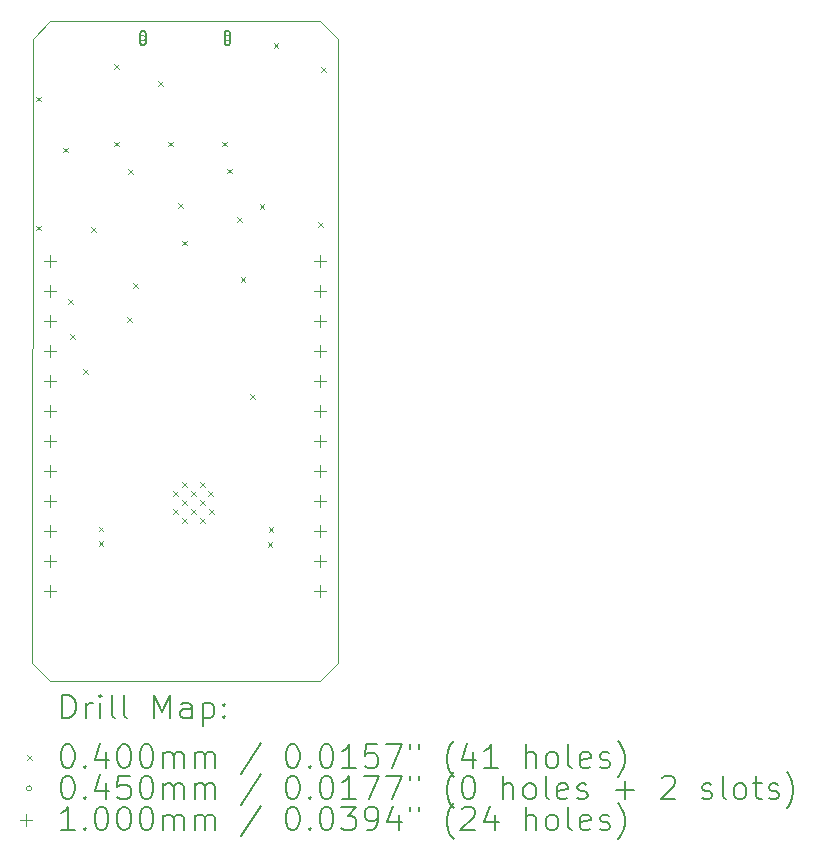
<source format=gbr>
%TF.GenerationSoftware,KiCad,Pcbnew,(6.0.10)*%
%TF.CreationDate,2023-06-12T15:35:49-04:00*%
%TF.ProjectId,esp32_dev_board,65737033-325f-4646-9576-5f626f617264,rev?*%
%TF.SameCoordinates,Original*%
%TF.FileFunction,Drillmap*%
%TF.FilePolarity,Positive*%
%FSLAX45Y45*%
G04 Gerber Fmt 4.5, Leading zero omitted, Abs format (unit mm)*
G04 Created by KiCad (PCBNEW (6.0.10)) date 2023-06-12 15:35:49*
%MOMM*%
%LPD*%
G01*
G04 APERTURE LIST*
%ADD10C,0.100000*%
%ADD11C,0.200000*%
%ADD12C,0.040000*%
%ADD13C,0.045000*%
G04 APERTURE END LIST*
D10*
X15747000Y-8890700D02*
X18035000Y-8892500D01*
X18035000Y-8892500D02*
X18185000Y-9042500D01*
X18183600Y-14327100D02*
X18035000Y-14478900D01*
X18185000Y-9042500D02*
X18183600Y-14327100D01*
X18035000Y-14478900D02*
X15748600Y-14477300D01*
X15747000Y-8890700D02*
X15598400Y-9042500D01*
X15596800Y-14328700D02*
X15748600Y-14477300D01*
X15596800Y-14328700D02*
X15598400Y-9042500D01*
D11*
D12*
X15626400Y-9530400D02*
X15666400Y-9570400D01*
X15666400Y-9530400D02*
X15626400Y-9570400D01*
X15626400Y-10622600D02*
X15666400Y-10662600D01*
X15666400Y-10622600D02*
X15626400Y-10662600D01*
X15855000Y-9962200D02*
X15895000Y-10002200D01*
X15895000Y-9962200D02*
X15855000Y-10002200D01*
X15898180Y-11244900D02*
X15938180Y-11284900D01*
X15938180Y-11244900D02*
X15898180Y-11284900D01*
X15915960Y-11539540D02*
X15955960Y-11579540D01*
X15955960Y-11539540D02*
X15915960Y-11579540D01*
X16026710Y-11836720D02*
X16066710Y-11876720D01*
X16066710Y-11836720D02*
X16026710Y-11876720D01*
X16093760Y-10637840D02*
X16133760Y-10677840D01*
X16133760Y-10637840D02*
X16093760Y-10677840D01*
X16157260Y-13170220D02*
X16197260Y-13210220D01*
X16197260Y-13170220D02*
X16157260Y-13210220D01*
X16157260Y-13294680D02*
X16197260Y-13334680D01*
X16197260Y-13294680D02*
X16157260Y-13334680D01*
X16286800Y-9256080D02*
X16326800Y-9296080D01*
X16326800Y-9256080D02*
X16286800Y-9296080D01*
X16286800Y-9911400D02*
X16326800Y-9951400D01*
X16326800Y-9911400D02*
X16286800Y-9951400D01*
X16401100Y-11394760D02*
X16441100Y-11434760D01*
X16441100Y-11394760D02*
X16401100Y-11434760D01*
X16406180Y-10145080D02*
X16446180Y-10185080D01*
X16446180Y-10145080D02*
X16406180Y-10185080D01*
X16449000Y-11109000D02*
X16489000Y-11149000D01*
X16489000Y-11109000D02*
X16449000Y-11149000D01*
X16660000Y-9400000D02*
X16700000Y-9440000D01*
X16700000Y-9400000D02*
X16660000Y-9440000D01*
X16744000Y-9911400D02*
X16784000Y-9951400D01*
X16784000Y-9911400D02*
X16744000Y-9951400D01*
X16787000Y-13023000D02*
X16827000Y-13063000D01*
X16827000Y-13023000D02*
X16787000Y-13063000D01*
X16788000Y-12871000D02*
X16828000Y-12911000D01*
X16828000Y-12871000D02*
X16788000Y-12911000D01*
X16832500Y-10435000D02*
X16872500Y-10475000D01*
X16872500Y-10435000D02*
X16832500Y-10475000D01*
X16863000Y-12796000D02*
X16903000Y-12836000D01*
X16903000Y-12796000D02*
X16863000Y-12836000D01*
X16863000Y-12947000D02*
X16903000Y-12987000D01*
X16903000Y-12947000D02*
X16863000Y-12987000D01*
X16863000Y-13100000D02*
X16903000Y-13140000D01*
X16903000Y-13100000D02*
X16863000Y-13140000D01*
X16865920Y-10749600D02*
X16905920Y-10789600D01*
X16905920Y-10749600D02*
X16865920Y-10789600D01*
X16938000Y-13024000D02*
X16978000Y-13064000D01*
X16978000Y-13024000D02*
X16938000Y-13064000D01*
X16939000Y-12871000D02*
X16979000Y-12911000D01*
X16979000Y-12871000D02*
X16939000Y-12911000D01*
X17015000Y-12947000D02*
X17055000Y-12987000D01*
X17055000Y-12947000D02*
X17015000Y-12987000D01*
X17016000Y-12794000D02*
X17056000Y-12834000D01*
X17056000Y-12794000D02*
X17016000Y-12834000D01*
X17016000Y-13100000D02*
X17056000Y-13140000D01*
X17056000Y-13100000D02*
X17016000Y-13140000D01*
X17084360Y-12867960D02*
X17124360Y-12907960D01*
X17124360Y-12867960D02*
X17084360Y-12907960D01*
X17091000Y-13023000D02*
X17131000Y-13063000D01*
X17131000Y-13023000D02*
X17091000Y-13063000D01*
X17201200Y-9911400D02*
X17241200Y-9951400D01*
X17241200Y-9911400D02*
X17201200Y-9951400D01*
X17245000Y-10140000D02*
X17285000Y-10180000D01*
X17285000Y-10140000D02*
X17245000Y-10180000D01*
X17333280Y-10551480D02*
X17373280Y-10591480D01*
X17373280Y-10551480D02*
X17333280Y-10591480D01*
X17361220Y-11056940D02*
X17401220Y-11096940D01*
X17401220Y-11056940D02*
X17361220Y-11096940D01*
X17439960Y-12050080D02*
X17479960Y-12090080D01*
X17479960Y-12050080D02*
X17439960Y-12090080D01*
X17521240Y-10442260D02*
X17561240Y-10482260D01*
X17561240Y-10442260D02*
X17521240Y-10482260D01*
X17589820Y-13299760D02*
X17629820Y-13339760D01*
X17629820Y-13299760D02*
X17589820Y-13339760D01*
X17597440Y-13172760D02*
X17637440Y-13212760D01*
X17637440Y-13172760D02*
X17597440Y-13212760D01*
X17640620Y-9075740D02*
X17680620Y-9115740D01*
X17680620Y-9075740D02*
X17640620Y-9115740D01*
X18019080Y-10592120D02*
X18059080Y-10632120D01*
X18059080Y-10592120D02*
X18019080Y-10632120D01*
X18041940Y-9278940D02*
X18081940Y-9318940D01*
X18081940Y-9278940D02*
X18041940Y-9318940D01*
D13*
X16555000Y-9035000D02*
G75*
G03*
X16555000Y-9035000I-22500J0D01*
G01*
D11*
X16555000Y-9075000D02*
X16555000Y-8995000D01*
X16510000Y-9075000D02*
X16510000Y-8995000D01*
X16555000Y-8995000D02*
G75*
G03*
X16510000Y-8995000I-22500J0D01*
G01*
X16510000Y-9075000D02*
G75*
G03*
X16555000Y-9075000I22500J0D01*
G01*
D13*
X17270000Y-9035000D02*
G75*
G03*
X17270000Y-9035000I-22500J0D01*
G01*
D11*
X17225000Y-8995000D02*
X17225000Y-9075000D01*
X17270000Y-8995000D02*
X17270000Y-9075000D01*
X17225000Y-9075000D02*
G75*
G03*
X17270000Y-9075000I22500J0D01*
G01*
X17270000Y-8995000D02*
G75*
G03*
X17225000Y-8995000I-22500J0D01*
G01*
D10*
X15748000Y-10872000D02*
X15748000Y-10972000D01*
X15698000Y-10922000D02*
X15798000Y-10922000D01*
X15748000Y-11126000D02*
X15748000Y-11226000D01*
X15698000Y-11176000D02*
X15798000Y-11176000D01*
X15748000Y-11380000D02*
X15748000Y-11480000D01*
X15698000Y-11430000D02*
X15798000Y-11430000D01*
X15748000Y-11634000D02*
X15748000Y-11734000D01*
X15698000Y-11684000D02*
X15798000Y-11684000D01*
X15748000Y-11888000D02*
X15748000Y-11988000D01*
X15698000Y-11938000D02*
X15798000Y-11938000D01*
X15748000Y-12142000D02*
X15748000Y-12242000D01*
X15698000Y-12192000D02*
X15798000Y-12192000D01*
X15748000Y-12396000D02*
X15748000Y-12496000D01*
X15698000Y-12446000D02*
X15798000Y-12446000D01*
X15748000Y-12650000D02*
X15748000Y-12750000D01*
X15698000Y-12700000D02*
X15798000Y-12700000D01*
X15748000Y-12904000D02*
X15748000Y-13004000D01*
X15698000Y-12954000D02*
X15798000Y-12954000D01*
X15748000Y-13158000D02*
X15748000Y-13258000D01*
X15698000Y-13208000D02*
X15798000Y-13208000D01*
X15748000Y-13412000D02*
X15748000Y-13512000D01*
X15698000Y-13462000D02*
X15798000Y-13462000D01*
X15748000Y-13666000D02*
X15748000Y-13766000D01*
X15698000Y-13716000D02*
X15798000Y-13716000D01*
X18034000Y-10872000D02*
X18034000Y-10972000D01*
X17984000Y-10922000D02*
X18084000Y-10922000D01*
X18034000Y-11126000D02*
X18034000Y-11226000D01*
X17984000Y-11176000D02*
X18084000Y-11176000D01*
X18034000Y-11380000D02*
X18034000Y-11480000D01*
X17984000Y-11430000D02*
X18084000Y-11430000D01*
X18034000Y-11634000D02*
X18034000Y-11734000D01*
X17984000Y-11684000D02*
X18084000Y-11684000D01*
X18034000Y-11888000D02*
X18034000Y-11988000D01*
X17984000Y-11938000D02*
X18084000Y-11938000D01*
X18034000Y-12142000D02*
X18034000Y-12242000D01*
X17984000Y-12192000D02*
X18084000Y-12192000D01*
X18034000Y-12396000D02*
X18034000Y-12496000D01*
X17984000Y-12446000D02*
X18084000Y-12446000D01*
X18034000Y-12650000D02*
X18034000Y-12750000D01*
X17984000Y-12700000D02*
X18084000Y-12700000D01*
X18034000Y-12904000D02*
X18034000Y-13004000D01*
X17984000Y-12954000D02*
X18084000Y-12954000D01*
X18034000Y-13158000D02*
X18034000Y-13258000D01*
X17984000Y-13208000D02*
X18084000Y-13208000D01*
X18034000Y-13412000D02*
X18034000Y-13512000D01*
X17984000Y-13462000D02*
X18084000Y-13462000D01*
X18034000Y-13666000D02*
X18034000Y-13766000D01*
X17984000Y-13716000D02*
X18084000Y-13716000D01*
D11*
X15849419Y-14794376D02*
X15849419Y-14594376D01*
X15897038Y-14594376D01*
X15925609Y-14603900D01*
X15944657Y-14622948D01*
X15954181Y-14641995D01*
X15963705Y-14680090D01*
X15963705Y-14708662D01*
X15954181Y-14746757D01*
X15944657Y-14765805D01*
X15925609Y-14784852D01*
X15897038Y-14794376D01*
X15849419Y-14794376D01*
X16049419Y-14794376D02*
X16049419Y-14661043D01*
X16049419Y-14699138D02*
X16058943Y-14680090D01*
X16068467Y-14670567D01*
X16087514Y-14661043D01*
X16106562Y-14661043D01*
X16173228Y-14794376D02*
X16173228Y-14661043D01*
X16173228Y-14594376D02*
X16163705Y-14603900D01*
X16173228Y-14613424D01*
X16182752Y-14603900D01*
X16173228Y-14594376D01*
X16173228Y-14613424D01*
X16297038Y-14794376D02*
X16277990Y-14784852D01*
X16268467Y-14765805D01*
X16268467Y-14594376D01*
X16401800Y-14794376D02*
X16382752Y-14784852D01*
X16373228Y-14765805D01*
X16373228Y-14594376D01*
X16630371Y-14794376D02*
X16630371Y-14594376D01*
X16697038Y-14737233D01*
X16763705Y-14594376D01*
X16763705Y-14794376D01*
X16944657Y-14794376D02*
X16944657Y-14689614D01*
X16935133Y-14670567D01*
X16916086Y-14661043D01*
X16877990Y-14661043D01*
X16858943Y-14670567D01*
X16944657Y-14784852D02*
X16925610Y-14794376D01*
X16877990Y-14794376D01*
X16858943Y-14784852D01*
X16849419Y-14765805D01*
X16849419Y-14746757D01*
X16858943Y-14727709D01*
X16877990Y-14718186D01*
X16925610Y-14718186D01*
X16944657Y-14708662D01*
X17039895Y-14661043D02*
X17039895Y-14861043D01*
X17039895Y-14670567D02*
X17058943Y-14661043D01*
X17097038Y-14661043D01*
X17116086Y-14670567D01*
X17125610Y-14680090D01*
X17135133Y-14699138D01*
X17135133Y-14756281D01*
X17125610Y-14775328D01*
X17116086Y-14784852D01*
X17097038Y-14794376D01*
X17058943Y-14794376D01*
X17039895Y-14784852D01*
X17220848Y-14775328D02*
X17230371Y-14784852D01*
X17220848Y-14794376D01*
X17211324Y-14784852D01*
X17220848Y-14775328D01*
X17220848Y-14794376D01*
X17220848Y-14670567D02*
X17230371Y-14680090D01*
X17220848Y-14689614D01*
X17211324Y-14680090D01*
X17220848Y-14670567D01*
X17220848Y-14689614D01*
D12*
X15551800Y-15103900D02*
X15591800Y-15143900D01*
X15591800Y-15103900D02*
X15551800Y-15143900D01*
D11*
X15887514Y-15014376D02*
X15906562Y-15014376D01*
X15925609Y-15023900D01*
X15935133Y-15033424D01*
X15944657Y-15052471D01*
X15954181Y-15090567D01*
X15954181Y-15138186D01*
X15944657Y-15176281D01*
X15935133Y-15195328D01*
X15925609Y-15204852D01*
X15906562Y-15214376D01*
X15887514Y-15214376D01*
X15868467Y-15204852D01*
X15858943Y-15195328D01*
X15849419Y-15176281D01*
X15839895Y-15138186D01*
X15839895Y-15090567D01*
X15849419Y-15052471D01*
X15858943Y-15033424D01*
X15868467Y-15023900D01*
X15887514Y-15014376D01*
X16039895Y-15195328D02*
X16049419Y-15204852D01*
X16039895Y-15214376D01*
X16030371Y-15204852D01*
X16039895Y-15195328D01*
X16039895Y-15214376D01*
X16220848Y-15081043D02*
X16220848Y-15214376D01*
X16173228Y-15004852D02*
X16125609Y-15147709D01*
X16249419Y-15147709D01*
X16363705Y-15014376D02*
X16382752Y-15014376D01*
X16401800Y-15023900D01*
X16411324Y-15033424D01*
X16420848Y-15052471D01*
X16430371Y-15090567D01*
X16430371Y-15138186D01*
X16420848Y-15176281D01*
X16411324Y-15195328D01*
X16401800Y-15204852D01*
X16382752Y-15214376D01*
X16363705Y-15214376D01*
X16344657Y-15204852D01*
X16335133Y-15195328D01*
X16325609Y-15176281D01*
X16316086Y-15138186D01*
X16316086Y-15090567D01*
X16325609Y-15052471D01*
X16335133Y-15033424D01*
X16344657Y-15023900D01*
X16363705Y-15014376D01*
X16554181Y-15014376D02*
X16573228Y-15014376D01*
X16592276Y-15023900D01*
X16601800Y-15033424D01*
X16611324Y-15052471D01*
X16620848Y-15090567D01*
X16620848Y-15138186D01*
X16611324Y-15176281D01*
X16601800Y-15195328D01*
X16592276Y-15204852D01*
X16573228Y-15214376D01*
X16554181Y-15214376D01*
X16535133Y-15204852D01*
X16525609Y-15195328D01*
X16516086Y-15176281D01*
X16506562Y-15138186D01*
X16506562Y-15090567D01*
X16516086Y-15052471D01*
X16525609Y-15033424D01*
X16535133Y-15023900D01*
X16554181Y-15014376D01*
X16706562Y-15214376D02*
X16706562Y-15081043D01*
X16706562Y-15100090D02*
X16716086Y-15090567D01*
X16735133Y-15081043D01*
X16763705Y-15081043D01*
X16782752Y-15090567D01*
X16792276Y-15109614D01*
X16792276Y-15214376D01*
X16792276Y-15109614D02*
X16801800Y-15090567D01*
X16820848Y-15081043D01*
X16849419Y-15081043D01*
X16868467Y-15090567D01*
X16877990Y-15109614D01*
X16877990Y-15214376D01*
X16973229Y-15214376D02*
X16973229Y-15081043D01*
X16973229Y-15100090D02*
X16982752Y-15090567D01*
X17001800Y-15081043D01*
X17030371Y-15081043D01*
X17049419Y-15090567D01*
X17058943Y-15109614D01*
X17058943Y-15214376D01*
X17058943Y-15109614D02*
X17068467Y-15090567D01*
X17087514Y-15081043D01*
X17116086Y-15081043D01*
X17135133Y-15090567D01*
X17144657Y-15109614D01*
X17144657Y-15214376D01*
X17535133Y-15004852D02*
X17363705Y-15261995D01*
X17792276Y-15014376D02*
X17811324Y-15014376D01*
X17830371Y-15023900D01*
X17839895Y-15033424D01*
X17849419Y-15052471D01*
X17858943Y-15090567D01*
X17858943Y-15138186D01*
X17849419Y-15176281D01*
X17839895Y-15195328D01*
X17830371Y-15204852D01*
X17811324Y-15214376D01*
X17792276Y-15214376D01*
X17773229Y-15204852D01*
X17763705Y-15195328D01*
X17754181Y-15176281D01*
X17744657Y-15138186D01*
X17744657Y-15090567D01*
X17754181Y-15052471D01*
X17763705Y-15033424D01*
X17773229Y-15023900D01*
X17792276Y-15014376D01*
X17944657Y-15195328D02*
X17954181Y-15204852D01*
X17944657Y-15214376D01*
X17935133Y-15204852D01*
X17944657Y-15195328D01*
X17944657Y-15214376D01*
X18077990Y-15014376D02*
X18097038Y-15014376D01*
X18116086Y-15023900D01*
X18125610Y-15033424D01*
X18135133Y-15052471D01*
X18144657Y-15090567D01*
X18144657Y-15138186D01*
X18135133Y-15176281D01*
X18125610Y-15195328D01*
X18116086Y-15204852D01*
X18097038Y-15214376D01*
X18077990Y-15214376D01*
X18058943Y-15204852D01*
X18049419Y-15195328D01*
X18039895Y-15176281D01*
X18030371Y-15138186D01*
X18030371Y-15090567D01*
X18039895Y-15052471D01*
X18049419Y-15033424D01*
X18058943Y-15023900D01*
X18077990Y-15014376D01*
X18335133Y-15214376D02*
X18220848Y-15214376D01*
X18277990Y-15214376D02*
X18277990Y-15014376D01*
X18258943Y-15042948D01*
X18239895Y-15061995D01*
X18220848Y-15071519D01*
X18516086Y-15014376D02*
X18420848Y-15014376D01*
X18411324Y-15109614D01*
X18420848Y-15100090D01*
X18439895Y-15090567D01*
X18487514Y-15090567D01*
X18506562Y-15100090D01*
X18516086Y-15109614D01*
X18525610Y-15128662D01*
X18525610Y-15176281D01*
X18516086Y-15195328D01*
X18506562Y-15204852D01*
X18487514Y-15214376D01*
X18439895Y-15214376D01*
X18420848Y-15204852D01*
X18411324Y-15195328D01*
X18592276Y-15014376D02*
X18725610Y-15014376D01*
X18639895Y-15214376D01*
X18792276Y-15014376D02*
X18792276Y-15052471D01*
X18868467Y-15014376D02*
X18868467Y-15052471D01*
X19163705Y-15290567D02*
X19154181Y-15281043D01*
X19135133Y-15252471D01*
X19125610Y-15233424D01*
X19116086Y-15204852D01*
X19106562Y-15157233D01*
X19106562Y-15119138D01*
X19116086Y-15071519D01*
X19125610Y-15042948D01*
X19135133Y-15023900D01*
X19154181Y-14995328D01*
X19163705Y-14985805D01*
X19325610Y-15081043D02*
X19325610Y-15214376D01*
X19277990Y-15004852D02*
X19230371Y-15147709D01*
X19354181Y-15147709D01*
X19535133Y-15214376D02*
X19420848Y-15214376D01*
X19477990Y-15214376D02*
X19477990Y-15014376D01*
X19458943Y-15042948D01*
X19439895Y-15061995D01*
X19420848Y-15071519D01*
X19773229Y-15214376D02*
X19773229Y-15014376D01*
X19858943Y-15214376D02*
X19858943Y-15109614D01*
X19849419Y-15090567D01*
X19830371Y-15081043D01*
X19801800Y-15081043D01*
X19782752Y-15090567D01*
X19773229Y-15100090D01*
X19982752Y-15214376D02*
X19963705Y-15204852D01*
X19954181Y-15195328D01*
X19944657Y-15176281D01*
X19944657Y-15119138D01*
X19954181Y-15100090D01*
X19963705Y-15090567D01*
X19982752Y-15081043D01*
X20011324Y-15081043D01*
X20030371Y-15090567D01*
X20039895Y-15100090D01*
X20049419Y-15119138D01*
X20049419Y-15176281D01*
X20039895Y-15195328D01*
X20030371Y-15204852D01*
X20011324Y-15214376D01*
X19982752Y-15214376D01*
X20163705Y-15214376D02*
X20144657Y-15204852D01*
X20135133Y-15185805D01*
X20135133Y-15014376D01*
X20316086Y-15204852D02*
X20297038Y-15214376D01*
X20258943Y-15214376D01*
X20239895Y-15204852D01*
X20230371Y-15185805D01*
X20230371Y-15109614D01*
X20239895Y-15090567D01*
X20258943Y-15081043D01*
X20297038Y-15081043D01*
X20316086Y-15090567D01*
X20325610Y-15109614D01*
X20325610Y-15128662D01*
X20230371Y-15147709D01*
X20401800Y-15204852D02*
X20420848Y-15214376D01*
X20458943Y-15214376D01*
X20477990Y-15204852D01*
X20487514Y-15185805D01*
X20487514Y-15176281D01*
X20477990Y-15157233D01*
X20458943Y-15147709D01*
X20430371Y-15147709D01*
X20411324Y-15138186D01*
X20401800Y-15119138D01*
X20401800Y-15109614D01*
X20411324Y-15090567D01*
X20430371Y-15081043D01*
X20458943Y-15081043D01*
X20477990Y-15090567D01*
X20554181Y-15290567D02*
X20563705Y-15281043D01*
X20582752Y-15252471D01*
X20592276Y-15233424D01*
X20601800Y-15204852D01*
X20611324Y-15157233D01*
X20611324Y-15119138D01*
X20601800Y-15071519D01*
X20592276Y-15042948D01*
X20582752Y-15023900D01*
X20563705Y-14995328D01*
X20554181Y-14985805D01*
D13*
X15591800Y-15387900D02*
G75*
G03*
X15591800Y-15387900I-22500J0D01*
G01*
D11*
X15887514Y-15278376D02*
X15906562Y-15278376D01*
X15925609Y-15287900D01*
X15935133Y-15297424D01*
X15944657Y-15316471D01*
X15954181Y-15354567D01*
X15954181Y-15402186D01*
X15944657Y-15440281D01*
X15935133Y-15459328D01*
X15925609Y-15468852D01*
X15906562Y-15478376D01*
X15887514Y-15478376D01*
X15868467Y-15468852D01*
X15858943Y-15459328D01*
X15849419Y-15440281D01*
X15839895Y-15402186D01*
X15839895Y-15354567D01*
X15849419Y-15316471D01*
X15858943Y-15297424D01*
X15868467Y-15287900D01*
X15887514Y-15278376D01*
X16039895Y-15459328D02*
X16049419Y-15468852D01*
X16039895Y-15478376D01*
X16030371Y-15468852D01*
X16039895Y-15459328D01*
X16039895Y-15478376D01*
X16220848Y-15345043D02*
X16220848Y-15478376D01*
X16173228Y-15268852D02*
X16125609Y-15411709D01*
X16249419Y-15411709D01*
X16420848Y-15278376D02*
X16325609Y-15278376D01*
X16316086Y-15373614D01*
X16325609Y-15364090D01*
X16344657Y-15354567D01*
X16392276Y-15354567D01*
X16411324Y-15364090D01*
X16420848Y-15373614D01*
X16430371Y-15392662D01*
X16430371Y-15440281D01*
X16420848Y-15459328D01*
X16411324Y-15468852D01*
X16392276Y-15478376D01*
X16344657Y-15478376D01*
X16325609Y-15468852D01*
X16316086Y-15459328D01*
X16554181Y-15278376D02*
X16573228Y-15278376D01*
X16592276Y-15287900D01*
X16601800Y-15297424D01*
X16611324Y-15316471D01*
X16620848Y-15354567D01*
X16620848Y-15402186D01*
X16611324Y-15440281D01*
X16601800Y-15459328D01*
X16592276Y-15468852D01*
X16573228Y-15478376D01*
X16554181Y-15478376D01*
X16535133Y-15468852D01*
X16525609Y-15459328D01*
X16516086Y-15440281D01*
X16506562Y-15402186D01*
X16506562Y-15354567D01*
X16516086Y-15316471D01*
X16525609Y-15297424D01*
X16535133Y-15287900D01*
X16554181Y-15278376D01*
X16706562Y-15478376D02*
X16706562Y-15345043D01*
X16706562Y-15364090D02*
X16716086Y-15354567D01*
X16735133Y-15345043D01*
X16763705Y-15345043D01*
X16782752Y-15354567D01*
X16792276Y-15373614D01*
X16792276Y-15478376D01*
X16792276Y-15373614D02*
X16801800Y-15354567D01*
X16820848Y-15345043D01*
X16849419Y-15345043D01*
X16868467Y-15354567D01*
X16877990Y-15373614D01*
X16877990Y-15478376D01*
X16973229Y-15478376D02*
X16973229Y-15345043D01*
X16973229Y-15364090D02*
X16982752Y-15354567D01*
X17001800Y-15345043D01*
X17030371Y-15345043D01*
X17049419Y-15354567D01*
X17058943Y-15373614D01*
X17058943Y-15478376D01*
X17058943Y-15373614D02*
X17068467Y-15354567D01*
X17087514Y-15345043D01*
X17116086Y-15345043D01*
X17135133Y-15354567D01*
X17144657Y-15373614D01*
X17144657Y-15478376D01*
X17535133Y-15268852D02*
X17363705Y-15525995D01*
X17792276Y-15278376D02*
X17811324Y-15278376D01*
X17830371Y-15287900D01*
X17839895Y-15297424D01*
X17849419Y-15316471D01*
X17858943Y-15354567D01*
X17858943Y-15402186D01*
X17849419Y-15440281D01*
X17839895Y-15459328D01*
X17830371Y-15468852D01*
X17811324Y-15478376D01*
X17792276Y-15478376D01*
X17773229Y-15468852D01*
X17763705Y-15459328D01*
X17754181Y-15440281D01*
X17744657Y-15402186D01*
X17744657Y-15354567D01*
X17754181Y-15316471D01*
X17763705Y-15297424D01*
X17773229Y-15287900D01*
X17792276Y-15278376D01*
X17944657Y-15459328D02*
X17954181Y-15468852D01*
X17944657Y-15478376D01*
X17935133Y-15468852D01*
X17944657Y-15459328D01*
X17944657Y-15478376D01*
X18077990Y-15278376D02*
X18097038Y-15278376D01*
X18116086Y-15287900D01*
X18125610Y-15297424D01*
X18135133Y-15316471D01*
X18144657Y-15354567D01*
X18144657Y-15402186D01*
X18135133Y-15440281D01*
X18125610Y-15459328D01*
X18116086Y-15468852D01*
X18097038Y-15478376D01*
X18077990Y-15478376D01*
X18058943Y-15468852D01*
X18049419Y-15459328D01*
X18039895Y-15440281D01*
X18030371Y-15402186D01*
X18030371Y-15354567D01*
X18039895Y-15316471D01*
X18049419Y-15297424D01*
X18058943Y-15287900D01*
X18077990Y-15278376D01*
X18335133Y-15478376D02*
X18220848Y-15478376D01*
X18277990Y-15478376D02*
X18277990Y-15278376D01*
X18258943Y-15306948D01*
X18239895Y-15325995D01*
X18220848Y-15335519D01*
X18401800Y-15278376D02*
X18535133Y-15278376D01*
X18449419Y-15478376D01*
X18592276Y-15278376D02*
X18725610Y-15278376D01*
X18639895Y-15478376D01*
X18792276Y-15278376D02*
X18792276Y-15316471D01*
X18868467Y-15278376D02*
X18868467Y-15316471D01*
X19163705Y-15554567D02*
X19154181Y-15545043D01*
X19135133Y-15516471D01*
X19125610Y-15497424D01*
X19116086Y-15468852D01*
X19106562Y-15421233D01*
X19106562Y-15383138D01*
X19116086Y-15335519D01*
X19125610Y-15306948D01*
X19135133Y-15287900D01*
X19154181Y-15259328D01*
X19163705Y-15249805D01*
X19277990Y-15278376D02*
X19297038Y-15278376D01*
X19316086Y-15287900D01*
X19325610Y-15297424D01*
X19335133Y-15316471D01*
X19344657Y-15354567D01*
X19344657Y-15402186D01*
X19335133Y-15440281D01*
X19325610Y-15459328D01*
X19316086Y-15468852D01*
X19297038Y-15478376D01*
X19277990Y-15478376D01*
X19258943Y-15468852D01*
X19249419Y-15459328D01*
X19239895Y-15440281D01*
X19230371Y-15402186D01*
X19230371Y-15354567D01*
X19239895Y-15316471D01*
X19249419Y-15297424D01*
X19258943Y-15287900D01*
X19277990Y-15278376D01*
X19582752Y-15478376D02*
X19582752Y-15278376D01*
X19668467Y-15478376D02*
X19668467Y-15373614D01*
X19658943Y-15354567D01*
X19639895Y-15345043D01*
X19611324Y-15345043D01*
X19592276Y-15354567D01*
X19582752Y-15364090D01*
X19792276Y-15478376D02*
X19773229Y-15468852D01*
X19763705Y-15459328D01*
X19754181Y-15440281D01*
X19754181Y-15383138D01*
X19763705Y-15364090D01*
X19773229Y-15354567D01*
X19792276Y-15345043D01*
X19820848Y-15345043D01*
X19839895Y-15354567D01*
X19849419Y-15364090D01*
X19858943Y-15383138D01*
X19858943Y-15440281D01*
X19849419Y-15459328D01*
X19839895Y-15468852D01*
X19820848Y-15478376D01*
X19792276Y-15478376D01*
X19973229Y-15478376D02*
X19954181Y-15468852D01*
X19944657Y-15449805D01*
X19944657Y-15278376D01*
X20125610Y-15468852D02*
X20106562Y-15478376D01*
X20068467Y-15478376D01*
X20049419Y-15468852D01*
X20039895Y-15449805D01*
X20039895Y-15373614D01*
X20049419Y-15354567D01*
X20068467Y-15345043D01*
X20106562Y-15345043D01*
X20125610Y-15354567D01*
X20135133Y-15373614D01*
X20135133Y-15392662D01*
X20039895Y-15411709D01*
X20211324Y-15468852D02*
X20230371Y-15478376D01*
X20268467Y-15478376D01*
X20287514Y-15468852D01*
X20297038Y-15449805D01*
X20297038Y-15440281D01*
X20287514Y-15421233D01*
X20268467Y-15411709D01*
X20239895Y-15411709D01*
X20220848Y-15402186D01*
X20211324Y-15383138D01*
X20211324Y-15373614D01*
X20220848Y-15354567D01*
X20239895Y-15345043D01*
X20268467Y-15345043D01*
X20287514Y-15354567D01*
X20535133Y-15402186D02*
X20687514Y-15402186D01*
X20611324Y-15478376D02*
X20611324Y-15325995D01*
X20925610Y-15297424D02*
X20935133Y-15287900D01*
X20954181Y-15278376D01*
X21001800Y-15278376D01*
X21020848Y-15287900D01*
X21030371Y-15297424D01*
X21039895Y-15316471D01*
X21039895Y-15335519D01*
X21030371Y-15364090D01*
X20916086Y-15478376D01*
X21039895Y-15478376D01*
X21268467Y-15468852D02*
X21287514Y-15478376D01*
X21325610Y-15478376D01*
X21344657Y-15468852D01*
X21354181Y-15449805D01*
X21354181Y-15440281D01*
X21344657Y-15421233D01*
X21325610Y-15411709D01*
X21297038Y-15411709D01*
X21277990Y-15402186D01*
X21268467Y-15383138D01*
X21268467Y-15373614D01*
X21277990Y-15354567D01*
X21297038Y-15345043D01*
X21325610Y-15345043D01*
X21344657Y-15354567D01*
X21468467Y-15478376D02*
X21449419Y-15468852D01*
X21439895Y-15449805D01*
X21439895Y-15278376D01*
X21573229Y-15478376D02*
X21554181Y-15468852D01*
X21544657Y-15459328D01*
X21535133Y-15440281D01*
X21535133Y-15383138D01*
X21544657Y-15364090D01*
X21554181Y-15354567D01*
X21573229Y-15345043D01*
X21601800Y-15345043D01*
X21620848Y-15354567D01*
X21630371Y-15364090D01*
X21639895Y-15383138D01*
X21639895Y-15440281D01*
X21630371Y-15459328D01*
X21620848Y-15468852D01*
X21601800Y-15478376D01*
X21573229Y-15478376D01*
X21697038Y-15345043D02*
X21773229Y-15345043D01*
X21725610Y-15278376D02*
X21725610Y-15449805D01*
X21735133Y-15468852D01*
X21754181Y-15478376D01*
X21773229Y-15478376D01*
X21830371Y-15468852D02*
X21849419Y-15478376D01*
X21887514Y-15478376D01*
X21906562Y-15468852D01*
X21916086Y-15449805D01*
X21916086Y-15440281D01*
X21906562Y-15421233D01*
X21887514Y-15411709D01*
X21858943Y-15411709D01*
X21839895Y-15402186D01*
X21830371Y-15383138D01*
X21830371Y-15373614D01*
X21839895Y-15354567D01*
X21858943Y-15345043D01*
X21887514Y-15345043D01*
X21906562Y-15354567D01*
X21982752Y-15554567D02*
X21992276Y-15545043D01*
X22011324Y-15516471D01*
X22020848Y-15497424D01*
X22030371Y-15468852D01*
X22039895Y-15421233D01*
X22039895Y-15383138D01*
X22030371Y-15335519D01*
X22020848Y-15306948D01*
X22011324Y-15287900D01*
X21992276Y-15259328D01*
X21982752Y-15249805D01*
D10*
X15541800Y-15601900D02*
X15541800Y-15701900D01*
X15491800Y-15651900D02*
X15591800Y-15651900D01*
D11*
X15954181Y-15742376D02*
X15839895Y-15742376D01*
X15897038Y-15742376D02*
X15897038Y-15542376D01*
X15877990Y-15570948D01*
X15858943Y-15589995D01*
X15839895Y-15599519D01*
X16039895Y-15723328D02*
X16049419Y-15732852D01*
X16039895Y-15742376D01*
X16030371Y-15732852D01*
X16039895Y-15723328D01*
X16039895Y-15742376D01*
X16173228Y-15542376D02*
X16192276Y-15542376D01*
X16211324Y-15551900D01*
X16220848Y-15561424D01*
X16230371Y-15580471D01*
X16239895Y-15618567D01*
X16239895Y-15666186D01*
X16230371Y-15704281D01*
X16220848Y-15723328D01*
X16211324Y-15732852D01*
X16192276Y-15742376D01*
X16173228Y-15742376D01*
X16154181Y-15732852D01*
X16144657Y-15723328D01*
X16135133Y-15704281D01*
X16125609Y-15666186D01*
X16125609Y-15618567D01*
X16135133Y-15580471D01*
X16144657Y-15561424D01*
X16154181Y-15551900D01*
X16173228Y-15542376D01*
X16363705Y-15542376D02*
X16382752Y-15542376D01*
X16401800Y-15551900D01*
X16411324Y-15561424D01*
X16420848Y-15580471D01*
X16430371Y-15618567D01*
X16430371Y-15666186D01*
X16420848Y-15704281D01*
X16411324Y-15723328D01*
X16401800Y-15732852D01*
X16382752Y-15742376D01*
X16363705Y-15742376D01*
X16344657Y-15732852D01*
X16335133Y-15723328D01*
X16325609Y-15704281D01*
X16316086Y-15666186D01*
X16316086Y-15618567D01*
X16325609Y-15580471D01*
X16335133Y-15561424D01*
X16344657Y-15551900D01*
X16363705Y-15542376D01*
X16554181Y-15542376D02*
X16573228Y-15542376D01*
X16592276Y-15551900D01*
X16601800Y-15561424D01*
X16611324Y-15580471D01*
X16620848Y-15618567D01*
X16620848Y-15666186D01*
X16611324Y-15704281D01*
X16601800Y-15723328D01*
X16592276Y-15732852D01*
X16573228Y-15742376D01*
X16554181Y-15742376D01*
X16535133Y-15732852D01*
X16525609Y-15723328D01*
X16516086Y-15704281D01*
X16506562Y-15666186D01*
X16506562Y-15618567D01*
X16516086Y-15580471D01*
X16525609Y-15561424D01*
X16535133Y-15551900D01*
X16554181Y-15542376D01*
X16706562Y-15742376D02*
X16706562Y-15609043D01*
X16706562Y-15628090D02*
X16716086Y-15618567D01*
X16735133Y-15609043D01*
X16763705Y-15609043D01*
X16782752Y-15618567D01*
X16792276Y-15637614D01*
X16792276Y-15742376D01*
X16792276Y-15637614D02*
X16801800Y-15618567D01*
X16820848Y-15609043D01*
X16849419Y-15609043D01*
X16868467Y-15618567D01*
X16877990Y-15637614D01*
X16877990Y-15742376D01*
X16973229Y-15742376D02*
X16973229Y-15609043D01*
X16973229Y-15628090D02*
X16982752Y-15618567D01*
X17001800Y-15609043D01*
X17030371Y-15609043D01*
X17049419Y-15618567D01*
X17058943Y-15637614D01*
X17058943Y-15742376D01*
X17058943Y-15637614D02*
X17068467Y-15618567D01*
X17087514Y-15609043D01*
X17116086Y-15609043D01*
X17135133Y-15618567D01*
X17144657Y-15637614D01*
X17144657Y-15742376D01*
X17535133Y-15532852D02*
X17363705Y-15789995D01*
X17792276Y-15542376D02*
X17811324Y-15542376D01*
X17830371Y-15551900D01*
X17839895Y-15561424D01*
X17849419Y-15580471D01*
X17858943Y-15618567D01*
X17858943Y-15666186D01*
X17849419Y-15704281D01*
X17839895Y-15723328D01*
X17830371Y-15732852D01*
X17811324Y-15742376D01*
X17792276Y-15742376D01*
X17773229Y-15732852D01*
X17763705Y-15723328D01*
X17754181Y-15704281D01*
X17744657Y-15666186D01*
X17744657Y-15618567D01*
X17754181Y-15580471D01*
X17763705Y-15561424D01*
X17773229Y-15551900D01*
X17792276Y-15542376D01*
X17944657Y-15723328D02*
X17954181Y-15732852D01*
X17944657Y-15742376D01*
X17935133Y-15732852D01*
X17944657Y-15723328D01*
X17944657Y-15742376D01*
X18077990Y-15542376D02*
X18097038Y-15542376D01*
X18116086Y-15551900D01*
X18125610Y-15561424D01*
X18135133Y-15580471D01*
X18144657Y-15618567D01*
X18144657Y-15666186D01*
X18135133Y-15704281D01*
X18125610Y-15723328D01*
X18116086Y-15732852D01*
X18097038Y-15742376D01*
X18077990Y-15742376D01*
X18058943Y-15732852D01*
X18049419Y-15723328D01*
X18039895Y-15704281D01*
X18030371Y-15666186D01*
X18030371Y-15618567D01*
X18039895Y-15580471D01*
X18049419Y-15561424D01*
X18058943Y-15551900D01*
X18077990Y-15542376D01*
X18211324Y-15542376D02*
X18335133Y-15542376D01*
X18268467Y-15618567D01*
X18297038Y-15618567D01*
X18316086Y-15628090D01*
X18325610Y-15637614D01*
X18335133Y-15656662D01*
X18335133Y-15704281D01*
X18325610Y-15723328D01*
X18316086Y-15732852D01*
X18297038Y-15742376D01*
X18239895Y-15742376D01*
X18220848Y-15732852D01*
X18211324Y-15723328D01*
X18430371Y-15742376D02*
X18468467Y-15742376D01*
X18487514Y-15732852D01*
X18497038Y-15723328D01*
X18516086Y-15694757D01*
X18525610Y-15656662D01*
X18525610Y-15580471D01*
X18516086Y-15561424D01*
X18506562Y-15551900D01*
X18487514Y-15542376D01*
X18449419Y-15542376D01*
X18430371Y-15551900D01*
X18420848Y-15561424D01*
X18411324Y-15580471D01*
X18411324Y-15628090D01*
X18420848Y-15647138D01*
X18430371Y-15656662D01*
X18449419Y-15666186D01*
X18487514Y-15666186D01*
X18506562Y-15656662D01*
X18516086Y-15647138D01*
X18525610Y-15628090D01*
X18697038Y-15609043D02*
X18697038Y-15742376D01*
X18649419Y-15532852D02*
X18601800Y-15675709D01*
X18725610Y-15675709D01*
X18792276Y-15542376D02*
X18792276Y-15580471D01*
X18868467Y-15542376D02*
X18868467Y-15580471D01*
X19163705Y-15818567D02*
X19154181Y-15809043D01*
X19135133Y-15780471D01*
X19125610Y-15761424D01*
X19116086Y-15732852D01*
X19106562Y-15685233D01*
X19106562Y-15647138D01*
X19116086Y-15599519D01*
X19125610Y-15570948D01*
X19135133Y-15551900D01*
X19154181Y-15523328D01*
X19163705Y-15513805D01*
X19230371Y-15561424D02*
X19239895Y-15551900D01*
X19258943Y-15542376D01*
X19306562Y-15542376D01*
X19325610Y-15551900D01*
X19335133Y-15561424D01*
X19344657Y-15580471D01*
X19344657Y-15599519D01*
X19335133Y-15628090D01*
X19220848Y-15742376D01*
X19344657Y-15742376D01*
X19516086Y-15609043D02*
X19516086Y-15742376D01*
X19468467Y-15532852D02*
X19420848Y-15675709D01*
X19544657Y-15675709D01*
X19773229Y-15742376D02*
X19773229Y-15542376D01*
X19858943Y-15742376D02*
X19858943Y-15637614D01*
X19849419Y-15618567D01*
X19830371Y-15609043D01*
X19801800Y-15609043D01*
X19782752Y-15618567D01*
X19773229Y-15628090D01*
X19982752Y-15742376D02*
X19963705Y-15732852D01*
X19954181Y-15723328D01*
X19944657Y-15704281D01*
X19944657Y-15647138D01*
X19954181Y-15628090D01*
X19963705Y-15618567D01*
X19982752Y-15609043D01*
X20011324Y-15609043D01*
X20030371Y-15618567D01*
X20039895Y-15628090D01*
X20049419Y-15647138D01*
X20049419Y-15704281D01*
X20039895Y-15723328D01*
X20030371Y-15732852D01*
X20011324Y-15742376D01*
X19982752Y-15742376D01*
X20163705Y-15742376D02*
X20144657Y-15732852D01*
X20135133Y-15713805D01*
X20135133Y-15542376D01*
X20316086Y-15732852D02*
X20297038Y-15742376D01*
X20258943Y-15742376D01*
X20239895Y-15732852D01*
X20230371Y-15713805D01*
X20230371Y-15637614D01*
X20239895Y-15618567D01*
X20258943Y-15609043D01*
X20297038Y-15609043D01*
X20316086Y-15618567D01*
X20325610Y-15637614D01*
X20325610Y-15656662D01*
X20230371Y-15675709D01*
X20401800Y-15732852D02*
X20420848Y-15742376D01*
X20458943Y-15742376D01*
X20477990Y-15732852D01*
X20487514Y-15713805D01*
X20487514Y-15704281D01*
X20477990Y-15685233D01*
X20458943Y-15675709D01*
X20430371Y-15675709D01*
X20411324Y-15666186D01*
X20401800Y-15647138D01*
X20401800Y-15637614D01*
X20411324Y-15618567D01*
X20430371Y-15609043D01*
X20458943Y-15609043D01*
X20477990Y-15618567D01*
X20554181Y-15818567D02*
X20563705Y-15809043D01*
X20582752Y-15780471D01*
X20592276Y-15761424D01*
X20601800Y-15732852D01*
X20611324Y-15685233D01*
X20611324Y-15647138D01*
X20601800Y-15599519D01*
X20592276Y-15570948D01*
X20582752Y-15551900D01*
X20563705Y-15523328D01*
X20554181Y-15513805D01*
M02*

</source>
